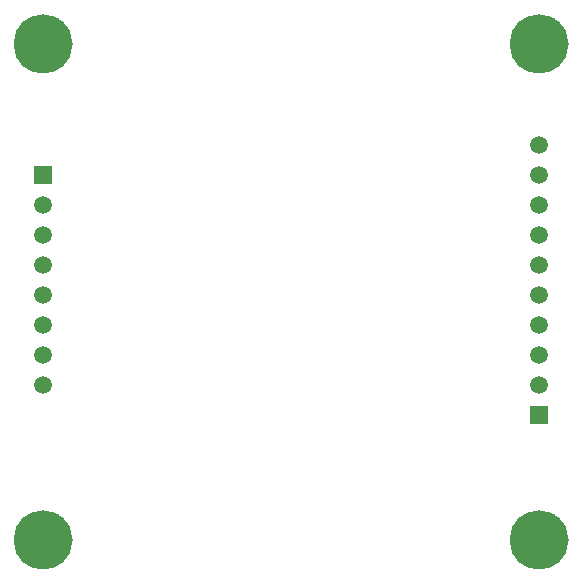
<source format=gbl>
%FSLAX25Y25*%
%MOIN*%
G70*
G01*
G75*
G04 Layer_Physical_Order=2*
G04 Layer_Color=16711680*
%ADD10R,0.05906X0.05906*%
%ADD11C,0.05906*%
%ADD12C,0.03937*%
%ADD13C,0.19685*%
D10*
X377953Y352500D02*
D03*
X212500Y432500D02*
D03*
D11*
X377953Y362500D02*
D03*
Y382500D02*
D03*
Y392500D02*
D03*
Y402500D02*
D03*
Y412500D02*
D03*
Y422500D02*
D03*
Y432500D02*
D03*
Y442500D02*
D03*
Y372500D02*
D03*
X212500Y362500D02*
D03*
Y372500D02*
D03*
Y382500D02*
D03*
Y392500D02*
D03*
Y402500D02*
D03*
Y412500D02*
D03*
Y422500D02*
D03*
D12*
X381890Y317843D02*
D03*
X384772Y314961D02*
D03*
X381890Y304205D02*
D03*
X384772Y307087D02*
D03*
X374016Y304205D02*
D03*
X371134Y307087D02*
D03*
X374016Y317843D02*
D03*
X371134Y314961D02*
D03*
X377953Y303150D02*
D03*
X385827Y311024D02*
D03*
X377953Y318898D02*
D03*
X370079Y311024D02*
D03*
X216535Y317843D02*
D03*
X219417Y314961D02*
D03*
X216535Y304205D02*
D03*
X219417Y307087D02*
D03*
X208661Y304205D02*
D03*
X205780Y307087D02*
D03*
X208661Y317843D02*
D03*
X205780Y314961D02*
D03*
X212598Y303150D02*
D03*
X220472Y311024D02*
D03*
X212598Y318898D02*
D03*
X204724Y311024D02*
D03*
X216535Y483197D02*
D03*
X219417Y480315D02*
D03*
X216535Y469559D02*
D03*
X219417Y472441D02*
D03*
X208661Y469559D02*
D03*
X205780Y472441D02*
D03*
X208661Y483197D02*
D03*
X205780Y480315D02*
D03*
X212598Y468504D02*
D03*
X220472Y476378D02*
D03*
X212598Y484252D02*
D03*
X204724Y476378D02*
D03*
X381890Y483197D02*
D03*
X384772Y480315D02*
D03*
X381890Y469559D02*
D03*
X384772Y472441D02*
D03*
X374016Y469559D02*
D03*
X371134Y472441D02*
D03*
X374016Y483197D02*
D03*
X371134Y480315D02*
D03*
X377953Y468504D02*
D03*
X385827Y476378D02*
D03*
X377953Y484252D02*
D03*
X370079Y476378D02*
D03*
D13*
X377953Y311024D02*
D03*
X212598D02*
D03*
Y476378D02*
D03*
X377953D02*
D03*
M02*

</source>
